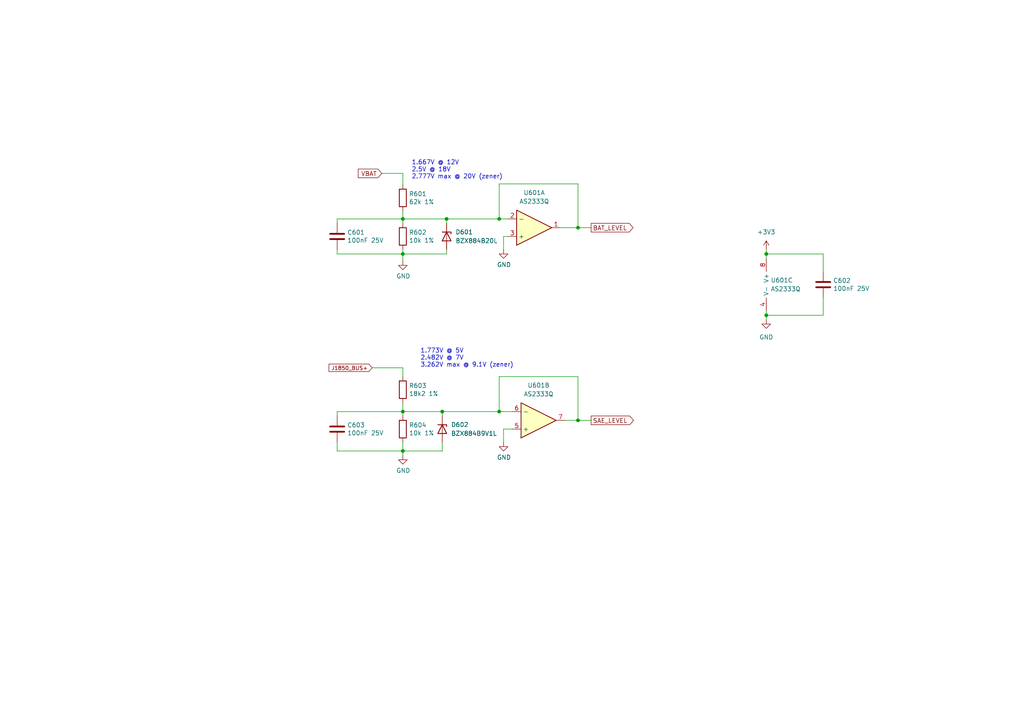
<source format=kicad_sch>
(kicad_sch (version 20211123) (generator eeschema)
  (paper "A4")
  (title_block (title "Vehicle CAN Collector") (date "2022-12-29") (rev "1") (company "Gavin Hurlbut"))
  (lib_symbols
    (symbol "Device:C" (pin_numbers hide) (pin_names (offset 0.254))
      (property "Reference" "C" (at 0.635 2.54 0))
      (property "Value" "C" (at 0.635 -2.54 0))
      (symbol "C_0_1"
        (polyline (pts (xy -2.032 -0.762) (xy 2.032 -0.762)) (stroke (width 0.508)))
        (polyline (pts (xy -2.032 0.762) (xy 2.032 0.762)) (stroke (width 0.508)))
      )
      (symbol "C_1_1"
        (pin passive line (at 0 3.81 270) (length 2.794) (name "~") (number "1"))
        (pin passive line (at 0 -3.81 90) (length 2.794) (name "~") (number "2"))
      )
    )
    (symbol "Device:D_Zener" (pin_numbers hide) (pin_names (offset 1.016) hide)
      (property "Reference" "D" (at 0 2.54 0))
      (property "Value" "D_Zener" (at 0 -2.54 0))
      (symbol "D_Zener_0_1"
        (polyline (pts (xy 1.27 0) (xy -1.27 0)))
        (polyline (pts (xy -1.27 -1.27) (xy -1.27 1.27) (xy -0.762 1.27)) (stroke (width 0.254)))
        (polyline (pts (xy 1.27 -1.27) (xy 1.27 1.27) (xy -1.27 0) (xy 1.27 -1.27)) (stroke (width 0.254)))
      )
      (symbol "D_Zener_1_1"
        (pin passive line (at -3.81 0 0) (length 2.54) (name "K") (number "1"))
        (pin passive line (at 3.81 0 180) (length 2.54) (name "A") (number "2"))
      )
    )
    (symbol "Device:Opamp_Dual"
      (property "Reference" "U" (at 0 5.08 0))
      (property "Value" "Opamp_Dual" (at 0 -5.08 0))
      (symbol "Opamp_Dual_1_1"
        (polyline (pts (xy -5.08 5.08) (xy 5.08 0) (xy -5.08 -5.08) (xy -5.08 5.08)) (stroke (width 0.254)) (fill (type background)))
        (pin output line (at 7.62 0 180) (length 2.54) (name "~") (number "1"))
        (pin input line (at -7.62 -2.54 0) (length 2.54) (name "-") (number "2"))
        (pin input line (at -7.62 2.54 0) (length 2.54) (name "+") (number "3"))
      )
      (symbol "Opamp_Dual_2_1"
        (polyline (pts (xy -5.08 5.08) (xy 5.08 0) (xy -5.08 -5.08) (xy -5.08 5.08)) (stroke (width 0.254)) (fill (type background)))
        (pin input line (at -7.62 2.54 0) (length 2.54) (name "+") (number "5"))
        (pin input line (at -7.62 -2.54 0) (length 2.54) (name "-") (number "6"))
        (pin output line (at 7.62 0 180) (length 2.54) (name "~") (number "7"))
      )
      (symbol "Opamp_Dual_3_1"
        (pin power_in line (at -2.54 -7.62 90) (length 3.81) (name "V-") (number "4"))
        (pin power_in line (at -2.54 7.62 270) (length 3.81) (name "V+") (number "8"))
      )
    )
    (symbol "Device:R" (pin_numbers hide) (pin_names (offset 0))
      (property "Reference" "R" (at 2.032 0 90))
      (property "Value" "R" (at 0 0 90))
      (symbol "R_0_1"
        (rectangle (start -1.016 -2.54) (end 1.016 2.54) (stroke (width 0.254)))
      )
      (symbol "R_1_1"
        (pin passive line (at 0 3.81 270) (length 1.27) (name "~") (number "1"))
        (pin passive line (at 0 -3.81 90) (length 1.27) (name "~") (number "2"))
      )
    )
    (symbol "power:+3V3" (power) (pin_names (offset 0))
      (property "Value" "+3V3" (at 0 3.556 0))
      (symbol "+3V3_0_1"
        (polyline (pts (xy -0.762 1.27) (xy 0 2.54)))
        (polyline (pts (xy 0 0) (xy 0 2.54)))
        (polyline (pts (xy 0 2.54) (xy 0.762 1.27)))
      )
      (symbol "+3V3_1_1"
        (pin power_in line (at 0 0 90) (length 0) hide (name "+3V3") (number "1"))
      )
    )
    (symbol "power:GND" (power) (pin_names (offset 0))
      (property "Value" "GND" (at 0 -3.81 0))
      (symbol "GND_0_1"
        (polyline (pts (xy 0 0) (xy 0 -1.27) (xy 1.27 -1.27) (xy 0 -2.54) (xy -1.27 -1.27) (xy 0 -1.27)))
      )
      (symbol "GND_1_1"
        (pin power_in line (at 0 0 270) (length 0) hide (name "GND") (number "1"))
      )
    )
  )
  (junction (at 116.84 130.81))
  (junction (at 116.84 119.38))
  (junction (at 222.25 91.44))
  (junction (at 116.84 73.66))
  (junction (at 167.64 121.92))
  (junction (at 144.78 119.38))
  (junction (at 144.78 63.5))
  (junction (at 128.27 119.38))
  (junction (at 222.25 73.66))
  (junction (at 116.84 63.5))
  (junction (at 129.54 63.5))
  (junction (at 167.64 66.04))
  (wire (pts (xy 97.79 63.5) (xy 116.84 63.5)))
  (wire (pts (xy 116.84 73.66) (xy 116.84 72.39)))
  (wire (pts (xy 128.27 130.81) (xy 128.27 128.27)))
  (wire (pts (xy 107.95 106.68) (xy 116.84 106.68)))
  (wire (pts (xy 116.84 73.66) (xy 129.54 73.66)))
  (wire (pts (xy 97.79 130.81) (xy 116.84 130.81)))
  (wire (pts (xy 97.79 72.39) (xy 97.79 73.66)))
  (wire (pts (xy 238.76 78.74) (xy 238.76 73.66)))
  (wire (pts (xy 116.84 130.81) (xy 128.27 130.81)))
  (wire (pts (xy 116.84 116.84) (xy 116.84 119.38)))
  (wire (pts (xy 116.84 130.81) (xy 116.84 132.08)))
  (wire (pts (xy 146.05 124.46) (xy 148.59 124.46)))
  (wire (pts (xy 238.76 73.66) (xy 222.25 73.66)))
  (wire (pts (xy 238.76 91.44) (xy 222.25 91.44)))
  (wire (pts (xy 116.84 50.292) (xy 116.84 53.594)))
  (wire (pts (xy 222.25 91.44) (xy 222.25 92.71)))
  (wire (pts (xy 146.05 128.27) (xy 146.05 124.46)))
  (wire (pts (xy 97.79 64.77) (xy 97.79 63.5)))
  (wire (pts (xy 238.76 86.36) (xy 238.76 91.44)))
  (wire (pts (xy 128.27 119.38) (xy 128.27 120.65)))
  (wire (pts (xy 116.84 128.27) (xy 116.84 130.81)))
  (wire (pts (xy 167.64 66.04) (xy 167.64 53.34)))
  (wire (pts (xy 167.64 66.04) (xy 171.45 66.04)))
  (wire (pts (xy 144.78 109.22) (xy 144.78 119.38)))
  (wire (pts (xy 163.83 121.92) (xy 167.64 121.92)))
  (wire (pts (xy 129.54 73.66) (xy 129.54 72.39)))
  (wire (pts (xy 116.84 119.38) (xy 116.84 120.65)))
  (wire (pts (xy 144.78 53.34) (xy 144.78 63.5)))
  (wire (pts (xy 116.84 119.38) (xy 128.27 119.38)))
  (wire (pts (xy 116.84 106.68) (xy 116.84 109.22)))
  (wire (pts (xy 162.56 66.04) (xy 167.64 66.04)))
  (wire (pts (xy 167.64 53.34) (xy 144.78 53.34)))
  (wire (pts (xy 110.744 50.292) (xy 116.84 50.292)))
  (wire (pts (xy 146.05 72.39) (xy 146.05 68.58)))
  (wire (pts (xy 116.84 61.214) (xy 116.84 63.5)))
  (wire (pts (xy 146.05 68.58) (xy 147.32 68.58)))
  (wire (pts (xy 222.25 72.39) (xy 222.25 73.66)))
  (wire (pts (xy 97.79 120.65) (xy 97.79 119.38)))
  (wire (pts (xy 167.64 121.92) (xy 171.45 121.92)))
  (wire (pts (xy 167.64 109.22) (xy 144.78 109.22)))
  (wire (pts (xy 222.25 90.17) (xy 222.25 91.44)))
  (wire (pts (xy 97.79 128.27) (xy 97.79 130.81)))
  (wire (pts (xy 129.54 63.5) (xy 129.54 64.77)))
  (wire (pts (xy 116.84 73.66) (xy 116.84 75.692)))
  (wire (pts (xy 144.78 119.38) (xy 148.59 119.38)))
  (wire (pts (xy 116.84 63.5) (xy 129.54 63.5)))
  (wire (pts (xy 97.79 73.66) (xy 116.84 73.66)))
  (wire (pts (xy 116.84 64.77) (xy 116.84 63.5)))
  (wire (pts (xy 97.79 119.38) (xy 116.84 119.38)))
  (wire (pts (xy 129.54 63.5) (xy 144.78 63.5)))
  (wire (pts (xy 222.25 73.66) (xy 222.25 74.93)))
  (wire (pts (xy 167.64 121.92) (xy 167.64 109.22)))
  (wire (pts (xy 144.78 63.5) (xy 147.32 63.5)))
  (wire (pts (xy 128.27 119.38) (xy 144.78 119.38)))
  (text "1.773V @ 5V\n2.482V @ 7V\n3.262V max @ 9.1V (zener)\n" (at 121.92 106.68 0) (effects (font (size 1.27 1.27)) (justify left bottom)))
  (text "1.667V @ 12V\n2.5V @ 18V\n2.777V max @ 20V (zener) " (at 119.38 52.07 0) (effects (font (size 1.27 1.27)) (justify left bottom)))
  (global_label "VBAT" (shape input) (at 110.744 50.292 180) (property "Intersheet References" "${INTERSHEET_REFS}" (effects hide)))
  (global_label "J1850_BUS+" (shape input) (at 107.95 106.68 180) (effects (font (size 1.0922 1.0922))) (property "Intersheet References" "${INTERSHEET_REFS}" (effects hide)))
  (global_label "SAE_LEVEL" (shape output) (at 171.45 121.92 0) (property "Intersheet References" "${INTERSHEET_REFS}" (effects hide)))
  (global_label "BAT_LEVEL" (shape output) (at 171.45 66.04 0) (property "Intersheet References" "${INTERSHEET_REFS}" (effects hide)))
  (symbol (lib_id "Device:R") (at 116.84 124.46 0) (unit 1)
    (property "Reference" "R604" (at 118.618 123.2916 0) (effects (justify left)))
    (property "Value" "10k 1%" (at 118.618 125.603 0) (effects (justify left)))
  )
  (symbol (lib_id "power:GND") (at 116.84 132.08 0) (unit 1)
    (property "Reference" "#PWR0606" (effects hide))
    (property "Value" "GND" (at 116.967 136.4742 0))
  )
  (symbol (lib_id "power:GND") (at 116.84 75.692 0) (unit 1)
    (property "Reference" "#PWR0603" (effects hide))
    (property "Value" "GND" (at 116.967 80.0862 0))
  )
  (symbol (lib_id "Device:R") (at 116.84 68.58 0) (unit 1)
    (property "Reference" "R602" (at 118.618 67.4116 0) (effects (justify left)))
    (property "Value" "10k 1%" (at 118.618 69.723 0) (effects (justify left)))
  )
  (symbol (lib_id "power:GND") (at 146.05 128.27 0) (unit 1)
    (property "Reference" "#PWR0605" (effects hide))
    (property "Value" "GND" (at 146.177 132.6642 0))
  )
  (symbol (lib_id "Device:R") (at 116.84 57.404 0) (unit 1)
    (property "Reference" "R601" (at 118.618 56.2356 0) (effects (justify left)))
    (property "Value" "62k 1%" (at 118.618 58.547 0) (effects (justify left)))
  )
  (symbol (lib_id "power:GND") (at 146.05 72.39 0) (unit 1)
    (property "Reference" "#PWR0601" (effects hide))
    (property "Value" "GND" (at 146.177 76.7842 0))
  )
  (symbol (lib_id "Device:C") (at 97.79 68.58 0) (unit 1)
    (property "Reference" "C601" (at 100.711 67.4116 0) (effects (justify left)))
    (property "Value" "100nF 25V" (at 100.711 69.723 0) (effects (justify left)))
  )
  (symbol (lib_id "Device:R") (at 116.84 113.03 0) (unit 1)
    (property "Reference" "R603" (at 118.618 111.8616 0) (effects (justify left)))
    (property "Value" "18k2 1%" (at 118.618 114.173 0) (effects (justify left)))
  )
  (symbol (lib_id "Device:Opamp_Dual") (at 224.79 82.55 0) (unit 3)
    (property "Reference" "U601" (at 223.52 81.2799 0) (effects (justify left)))
    (property "Value" "AS2333Q" (at 223.52 83.8199 0) (effects (justify left)))
    (property "Footprint" "Package_SO:SOIC-8_3.9x4.9mm_P1.27mm" (effects hide))
  )
  (symbol (lib_id "Device:D_Zener") (at 128.27 124.46 270) (unit 1)
    (property "Reference" "D602" (at 130.81 123.1899 90) (effects (justify left)))
    (property "Value" "BZX884B9V1L" (at 130.81 125.7299 90) (effects (justify left)))
    (property "Footprint" "Diode_SMD:D_0402_1005Metric_Pad0.77x0.64mm_HandSolder" (effects hide))
  )
  (symbol (lib_id "Device:C") (at 97.79 124.46 0) (unit 1)
    (property "Reference" "C603" (at 100.711 123.2916 0) (effects (justify left)))
    (property "Value" "100nF 25V" (at 100.711 125.603 0) (effects (justify left)))
  )
  (symbol (lib_id "Device:Opamp_Dual") (at 154.94 66.04 0) (mirror x) (unit 1)
    (property "Reference" "U601" (at 154.94 55.88 0))
    (property "Value" "AS2333Q" (at 154.94 58.42 0))
    (property "Footprint" "Package_SO:SOIC-8_3.9x4.9mm_P1.27mm" (effects hide))
  )
  (symbol (lib_id "Device:Opamp_Dual") (at 156.21 121.92 0) (mirror x) (unit 2)
    (property "Reference" "U601" (at 156.21 111.76 0))
    (property "Value" "AS2333Q" (at 156.21 114.3 0))
    (property "Footprint" "Package_SO:SOIC-8_3.9x4.9mm_P1.27mm" (effects hide))
  )
  (symbol (lib_id "Device:C") (at 238.76 82.55 180) (unit 1)
    (property "Reference" "C602" (at 241.6556 81.3816 0) (effects (justify right)))
    (property "Value" "100nF 25V" (at 241.6556 83.693 0) (effects (justify right)))
  )
  (symbol (lib_id "Device:D_Zener") (at 129.54 68.58 270) (unit 1)
    (property "Reference" "D601" (at 132.08 67.3099 90) (effects (justify left)))
    (property "Value" "BZX884B20L" (at 132.08 69.8499 90) (effects (justify left)))
    (property "Footprint" "Diode_SMD:D_0402_1005Metric_Pad0.77x0.64mm_HandSolder" (effects hide))
  )
  (symbol (lib_id "power:+3V3") (at 222.25 72.39 0) (unit 1)
    (property "Reference" "#PWR0602" (effects hide))
    (property "Value" "+3V3" (at 222.25 67.31 0))
  )
  (symbol (lib_id "power:GND") (at 222.25 92.71 0) (unit 1)
    (property "Reference" "#PWR0604" (effects hide))
    (property "Value" "GND" (at 222.25 97.79 0))
  )
)
</source>
